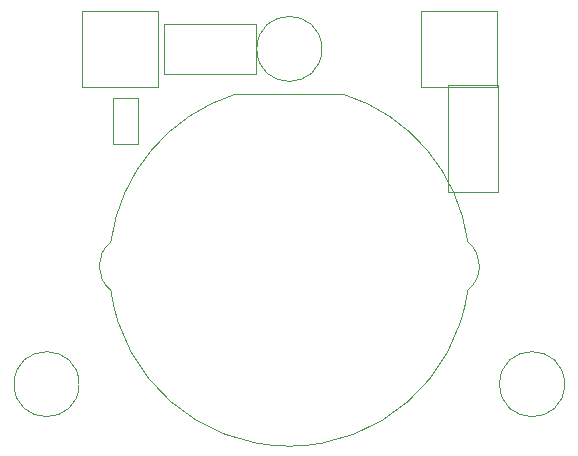
<source format=gbr>
%TF.GenerationSoftware,KiCad,Pcbnew,(6.0.7-1)-1*%
%TF.CreationDate,2023-10-29T12:13:09+10:00*%
%TF.ProjectId,GAUGE_Analog Instruments,47415547-455f-4416-9e61-6c6f6720496e,rev?*%
%TF.SameCoordinates,Original*%
%TF.FileFunction,Other,User*%
%FSLAX46Y46*%
G04 Gerber Fmt 4.6, Leading zero omitted, Abs format (unit mm)*
G04 Created by KiCad (PCBNEW (6.0.7-1)-1) date 2023-10-29 12:13:09*
%MOMM*%
%LPD*%
G01*
G04 APERTURE LIST*
%ADD10C,0.050000*%
%ADD11C,0.100000*%
G04 APERTURE END LIST*
D10*
%TO.C,H3*%
X182687800Y-78484600D02*
G75*
G03*
X182687800Y-78484600I-2750000J0D01*
G01*
D11*
%TO.C,M1*%
X175370526Y-82318000D02*
X184505074Y-82318000D01*
X164824746Y-98907130D02*
G75*
G03*
X195049730Y-98915448I15113054J2039131D01*
G01*
X195050856Y-94828870D02*
G75*
G03*
X184502177Y-82317091I-15113056J-2039130D01*
G01*
X164824745Y-94828870D02*
G75*
G03*
X164824445Y-98906892I1613056J-2039130D01*
G01*
X195050855Y-98907130D02*
G75*
G03*
X195051155Y-94829108I-1613055J2039130D01*
G01*
X175370526Y-82317999D02*
G75*
G03*
X164824339Y-94831879I4567276J-14550002D01*
G01*
D10*
%TO.C,H1*%
X162134300Y-106868000D02*
G75*
G03*
X162134300Y-106868000I-2750000J0D01*
G01*
%TO.C,H2*%
X203241300Y-106868000D02*
G75*
G03*
X203241300Y-106868000I-2750000J0D01*
G01*
%TO.C,J1*%
X177086500Y-76384600D02*
X169336500Y-76384600D01*
X177086500Y-80584600D02*
X177086500Y-76384600D01*
X169336500Y-76384600D02*
X169336500Y-80584600D01*
X169336500Y-80584600D02*
X177086500Y-80584600D01*
%TO.C,R1*%
X165049500Y-86535600D02*
X167149500Y-86535600D01*
X167149500Y-82625600D02*
X165049500Y-82625600D01*
X165049500Y-82625600D02*
X165049500Y-86535600D01*
X167149500Y-86535600D02*
X167149500Y-82625600D01*
%TO.C,D2*%
X168816500Y-75234600D02*
X162366500Y-75234600D01*
X162366500Y-81734600D02*
X168816500Y-81734600D01*
X168816500Y-81734600D02*
X168816500Y-75234600D01*
X162366500Y-75234600D02*
X162366500Y-81734600D01*
%TO.C,D1*%
X191073500Y-75234600D02*
X191073500Y-81734600D01*
X197523500Y-81734600D02*
X197523500Y-75234600D01*
X191073500Y-81734600D02*
X197523500Y-81734600D01*
X197523500Y-75234600D02*
X191073500Y-75234600D01*
%TO.C,J4*%
X197605500Y-90564600D02*
X197605500Y-81564600D01*
X193405500Y-81564600D02*
X193405500Y-90564600D01*
X197605500Y-81564600D02*
X193405500Y-81564600D01*
X193405500Y-90564600D02*
X197605500Y-90564600D01*
%TD*%
M02*

</source>
